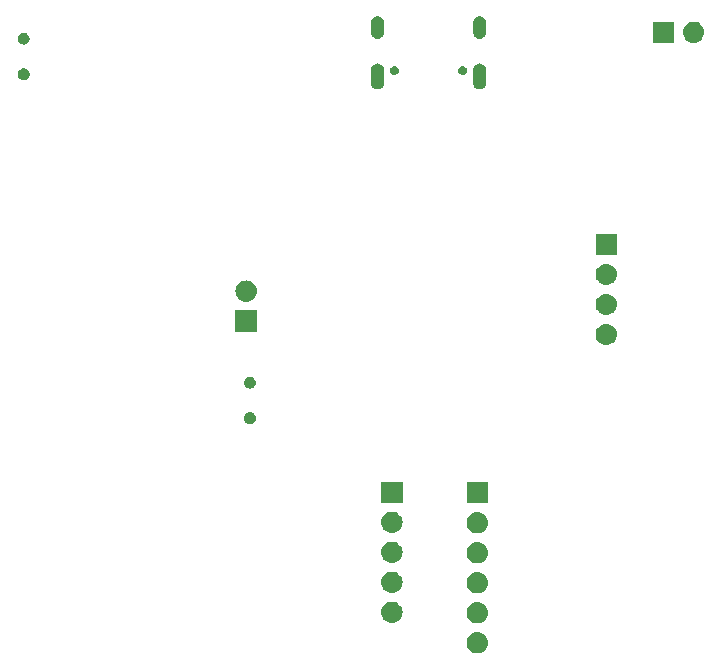
<source format=gbr>
G04 #@! TF.GenerationSoftware,KiCad,Pcbnew,5.1.2*
G04 #@! TF.CreationDate,2019-06-25T21:59:29-05:00*
G04 #@! TF.ProjectId,STM32F030Minimal,53544d33-3246-4303-9330-4d696e696d61,rev?*
G04 #@! TF.SameCoordinates,Original*
G04 #@! TF.FileFunction,Soldermask,Bot*
G04 #@! TF.FilePolarity,Negative*
%FSLAX46Y46*%
G04 Gerber Fmt 4.6, Leading zero omitted, Abs format (unit mm)*
G04 Created by KiCad (PCBNEW 5.1.2) date 2019-06-25 21:59:29*
%MOMM*%
%LPD*%
G04 APERTURE LIST*
%ADD10C,0.100000*%
G04 APERTURE END LIST*
D10*
G36*
X163340442Y-89555518D02*
G01*
X163406627Y-89562037D01*
X163576466Y-89613557D01*
X163732991Y-89697222D01*
X163768729Y-89726552D01*
X163870186Y-89809814D01*
X163953448Y-89911271D01*
X163982778Y-89947009D01*
X164066443Y-90103534D01*
X164117963Y-90273373D01*
X164135359Y-90450000D01*
X164117963Y-90626627D01*
X164066443Y-90796466D01*
X163982778Y-90952991D01*
X163953448Y-90988729D01*
X163870186Y-91090186D01*
X163768729Y-91173448D01*
X163732991Y-91202778D01*
X163576466Y-91286443D01*
X163406627Y-91337963D01*
X163340442Y-91344482D01*
X163274260Y-91351000D01*
X163185740Y-91351000D01*
X163119558Y-91344482D01*
X163053373Y-91337963D01*
X162883534Y-91286443D01*
X162727009Y-91202778D01*
X162691271Y-91173448D01*
X162589814Y-91090186D01*
X162506552Y-90988729D01*
X162477222Y-90952991D01*
X162393557Y-90796466D01*
X162342037Y-90626627D01*
X162324641Y-90450000D01*
X162342037Y-90273373D01*
X162393557Y-90103534D01*
X162477222Y-89947009D01*
X162506552Y-89911271D01*
X162589814Y-89809814D01*
X162691271Y-89726552D01*
X162727009Y-89697222D01*
X162883534Y-89613557D01*
X163053373Y-89562037D01*
X163119558Y-89555518D01*
X163185740Y-89549000D01*
X163274260Y-89549000D01*
X163340442Y-89555518D01*
X163340442Y-89555518D01*
G37*
G36*
X163340443Y-87015519D02*
G01*
X163406627Y-87022037D01*
X163576466Y-87073557D01*
X163732991Y-87157222D01*
X163768729Y-87186552D01*
X163870186Y-87269814D01*
X163949951Y-87367009D01*
X163982778Y-87407009D01*
X164066443Y-87563534D01*
X164117963Y-87733373D01*
X164135359Y-87910000D01*
X164117963Y-88086627D01*
X164066443Y-88256466D01*
X163982778Y-88412991D01*
X163953448Y-88448729D01*
X163870186Y-88550186D01*
X163781731Y-88622778D01*
X163732991Y-88662778D01*
X163576466Y-88746443D01*
X163406627Y-88797963D01*
X163340443Y-88804481D01*
X163274260Y-88811000D01*
X163185740Y-88811000D01*
X163119557Y-88804481D01*
X163053373Y-88797963D01*
X162883534Y-88746443D01*
X162727009Y-88662778D01*
X162678269Y-88622778D01*
X162589814Y-88550186D01*
X162506552Y-88448729D01*
X162477222Y-88412991D01*
X162393557Y-88256466D01*
X162342037Y-88086627D01*
X162324641Y-87910000D01*
X162342037Y-87733373D01*
X162393557Y-87563534D01*
X162477222Y-87407009D01*
X162510049Y-87367009D01*
X162589814Y-87269814D01*
X162691271Y-87186552D01*
X162727009Y-87157222D01*
X162883534Y-87073557D01*
X163053373Y-87022037D01*
X163119557Y-87015519D01*
X163185740Y-87009000D01*
X163274260Y-87009000D01*
X163340443Y-87015519D01*
X163340443Y-87015519D01*
G37*
G36*
X156110443Y-86975519D02*
G01*
X156176627Y-86982037D01*
X156346466Y-87033557D01*
X156502991Y-87117222D01*
X156538729Y-87146552D01*
X156640186Y-87229814D01*
X156723448Y-87331271D01*
X156752778Y-87367009D01*
X156836443Y-87523534D01*
X156887963Y-87693373D01*
X156905359Y-87870000D01*
X156887963Y-88046627D01*
X156836443Y-88216466D01*
X156752778Y-88372991D01*
X156723448Y-88408729D01*
X156640186Y-88510186D01*
X156538729Y-88593448D01*
X156502991Y-88622778D01*
X156346466Y-88706443D01*
X156176627Y-88757963D01*
X156110442Y-88764482D01*
X156044260Y-88771000D01*
X155955740Y-88771000D01*
X155889558Y-88764482D01*
X155823373Y-88757963D01*
X155653534Y-88706443D01*
X155497009Y-88622778D01*
X155461271Y-88593448D01*
X155359814Y-88510186D01*
X155276552Y-88408729D01*
X155247222Y-88372991D01*
X155163557Y-88216466D01*
X155112037Y-88046627D01*
X155094641Y-87870000D01*
X155112037Y-87693373D01*
X155163557Y-87523534D01*
X155247222Y-87367009D01*
X155276552Y-87331271D01*
X155359814Y-87229814D01*
X155461271Y-87146552D01*
X155497009Y-87117222D01*
X155653534Y-87033557D01*
X155823373Y-86982037D01*
X155889557Y-86975519D01*
X155955740Y-86969000D01*
X156044260Y-86969000D01*
X156110443Y-86975519D01*
X156110443Y-86975519D01*
G37*
G36*
X163340443Y-84475519D02*
G01*
X163406627Y-84482037D01*
X163576466Y-84533557D01*
X163732991Y-84617222D01*
X163768729Y-84646552D01*
X163870186Y-84729814D01*
X163949951Y-84827009D01*
X163982778Y-84867009D01*
X164066443Y-85023534D01*
X164117963Y-85193373D01*
X164135359Y-85370000D01*
X164117963Y-85546627D01*
X164066443Y-85716466D01*
X163982778Y-85872991D01*
X163953448Y-85908729D01*
X163870186Y-86010186D01*
X163781731Y-86082778D01*
X163732991Y-86122778D01*
X163576466Y-86206443D01*
X163406627Y-86257963D01*
X163340442Y-86264482D01*
X163274260Y-86271000D01*
X163185740Y-86271000D01*
X163119558Y-86264482D01*
X163053373Y-86257963D01*
X162883534Y-86206443D01*
X162727009Y-86122778D01*
X162678269Y-86082778D01*
X162589814Y-86010186D01*
X162506552Y-85908729D01*
X162477222Y-85872991D01*
X162393557Y-85716466D01*
X162342037Y-85546627D01*
X162324641Y-85370000D01*
X162342037Y-85193373D01*
X162393557Y-85023534D01*
X162477222Y-84867009D01*
X162510049Y-84827009D01*
X162589814Y-84729814D01*
X162691271Y-84646552D01*
X162727009Y-84617222D01*
X162883534Y-84533557D01*
X163053373Y-84482037D01*
X163119557Y-84475519D01*
X163185740Y-84469000D01*
X163274260Y-84469000D01*
X163340443Y-84475519D01*
X163340443Y-84475519D01*
G37*
G36*
X156110442Y-84435518D02*
G01*
X156176627Y-84442037D01*
X156346466Y-84493557D01*
X156502991Y-84577222D01*
X156538729Y-84606552D01*
X156640186Y-84689814D01*
X156723448Y-84791271D01*
X156752778Y-84827009D01*
X156836443Y-84983534D01*
X156887963Y-85153373D01*
X156905359Y-85330000D01*
X156887963Y-85506627D01*
X156836443Y-85676466D01*
X156752778Y-85832991D01*
X156723448Y-85868729D01*
X156640186Y-85970186D01*
X156538729Y-86053448D01*
X156502991Y-86082778D01*
X156346466Y-86166443D01*
X156176627Y-86217963D01*
X156110443Y-86224481D01*
X156044260Y-86231000D01*
X155955740Y-86231000D01*
X155889557Y-86224481D01*
X155823373Y-86217963D01*
X155653534Y-86166443D01*
X155497009Y-86082778D01*
X155461271Y-86053448D01*
X155359814Y-85970186D01*
X155276552Y-85868729D01*
X155247222Y-85832991D01*
X155163557Y-85676466D01*
X155112037Y-85506627D01*
X155094641Y-85330000D01*
X155112037Y-85153373D01*
X155163557Y-84983534D01*
X155247222Y-84827009D01*
X155276552Y-84791271D01*
X155359814Y-84689814D01*
X155461271Y-84606552D01*
X155497009Y-84577222D01*
X155653534Y-84493557D01*
X155823373Y-84442037D01*
X155889558Y-84435518D01*
X155955740Y-84429000D01*
X156044260Y-84429000D01*
X156110442Y-84435518D01*
X156110442Y-84435518D01*
G37*
G36*
X163340442Y-81935518D02*
G01*
X163406627Y-81942037D01*
X163576466Y-81993557D01*
X163732991Y-82077222D01*
X163768729Y-82106552D01*
X163870186Y-82189814D01*
X163949951Y-82287009D01*
X163982778Y-82327009D01*
X164066443Y-82483534D01*
X164117963Y-82653373D01*
X164135359Y-82830000D01*
X164117963Y-83006627D01*
X164066443Y-83176466D01*
X163982778Y-83332991D01*
X163953448Y-83368729D01*
X163870186Y-83470186D01*
X163781731Y-83542778D01*
X163732991Y-83582778D01*
X163576466Y-83666443D01*
X163406627Y-83717963D01*
X163340443Y-83724481D01*
X163274260Y-83731000D01*
X163185740Y-83731000D01*
X163119557Y-83724481D01*
X163053373Y-83717963D01*
X162883534Y-83666443D01*
X162727009Y-83582778D01*
X162678269Y-83542778D01*
X162589814Y-83470186D01*
X162506552Y-83368729D01*
X162477222Y-83332991D01*
X162393557Y-83176466D01*
X162342037Y-83006627D01*
X162324641Y-82830000D01*
X162342037Y-82653373D01*
X162393557Y-82483534D01*
X162477222Y-82327009D01*
X162510049Y-82287009D01*
X162589814Y-82189814D01*
X162691271Y-82106552D01*
X162727009Y-82077222D01*
X162883534Y-81993557D01*
X163053373Y-81942037D01*
X163119558Y-81935518D01*
X163185740Y-81929000D01*
X163274260Y-81929000D01*
X163340442Y-81935518D01*
X163340442Y-81935518D01*
G37*
G36*
X156110443Y-81895519D02*
G01*
X156176627Y-81902037D01*
X156346466Y-81953557D01*
X156502991Y-82037222D01*
X156538729Y-82066552D01*
X156640186Y-82149814D01*
X156723448Y-82251271D01*
X156752778Y-82287009D01*
X156836443Y-82443534D01*
X156887963Y-82613373D01*
X156905359Y-82790000D01*
X156887963Y-82966627D01*
X156836443Y-83136466D01*
X156752778Y-83292991D01*
X156723448Y-83328729D01*
X156640186Y-83430186D01*
X156538729Y-83513448D01*
X156502991Y-83542778D01*
X156346466Y-83626443D01*
X156176627Y-83677963D01*
X156110443Y-83684481D01*
X156044260Y-83691000D01*
X155955740Y-83691000D01*
X155889557Y-83684481D01*
X155823373Y-83677963D01*
X155653534Y-83626443D01*
X155497009Y-83542778D01*
X155461271Y-83513448D01*
X155359814Y-83430186D01*
X155276552Y-83328729D01*
X155247222Y-83292991D01*
X155163557Y-83136466D01*
X155112037Y-82966627D01*
X155094641Y-82790000D01*
X155112037Y-82613373D01*
X155163557Y-82443534D01*
X155247222Y-82287009D01*
X155276552Y-82251271D01*
X155359814Y-82149814D01*
X155461271Y-82066552D01*
X155497009Y-82037222D01*
X155653534Y-81953557D01*
X155823373Y-81902037D01*
X155889557Y-81895519D01*
X155955740Y-81889000D01*
X156044260Y-81889000D01*
X156110443Y-81895519D01*
X156110443Y-81895519D01*
G37*
G36*
X163340442Y-79395518D02*
G01*
X163406627Y-79402037D01*
X163576466Y-79453557D01*
X163732991Y-79537222D01*
X163768729Y-79566552D01*
X163870186Y-79649814D01*
X163949951Y-79747009D01*
X163982778Y-79787009D01*
X164066443Y-79943534D01*
X164117963Y-80113373D01*
X164135359Y-80290000D01*
X164117963Y-80466627D01*
X164066443Y-80636466D01*
X163982778Y-80792991D01*
X163953448Y-80828729D01*
X163870186Y-80930186D01*
X163781731Y-81002778D01*
X163732991Y-81042778D01*
X163576466Y-81126443D01*
X163406627Y-81177963D01*
X163340442Y-81184482D01*
X163274260Y-81191000D01*
X163185740Y-81191000D01*
X163119558Y-81184482D01*
X163053373Y-81177963D01*
X162883534Y-81126443D01*
X162727009Y-81042778D01*
X162678269Y-81002778D01*
X162589814Y-80930186D01*
X162506552Y-80828729D01*
X162477222Y-80792991D01*
X162393557Y-80636466D01*
X162342037Y-80466627D01*
X162324641Y-80290000D01*
X162342037Y-80113373D01*
X162393557Y-79943534D01*
X162477222Y-79787009D01*
X162510049Y-79747009D01*
X162589814Y-79649814D01*
X162691271Y-79566552D01*
X162727009Y-79537222D01*
X162883534Y-79453557D01*
X163053373Y-79402037D01*
X163119558Y-79395518D01*
X163185740Y-79389000D01*
X163274260Y-79389000D01*
X163340442Y-79395518D01*
X163340442Y-79395518D01*
G37*
G36*
X156110443Y-79355519D02*
G01*
X156176627Y-79362037D01*
X156346466Y-79413557D01*
X156502991Y-79497222D01*
X156538729Y-79526552D01*
X156640186Y-79609814D01*
X156723448Y-79711271D01*
X156752778Y-79747009D01*
X156836443Y-79903534D01*
X156887963Y-80073373D01*
X156905359Y-80250000D01*
X156887963Y-80426627D01*
X156836443Y-80596466D01*
X156752778Y-80752991D01*
X156723448Y-80788729D01*
X156640186Y-80890186D01*
X156538729Y-80973448D01*
X156502991Y-81002778D01*
X156346466Y-81086443D01*
X156176627Y-81137963D01*
X156110442Y-81144482D01*
X156044260Y-81151000D01*
X155955740Y-81151000D01*
X155889558Y-81144482D01*
X155823373Y-81137963D01*
X155653534Y-81086443D01*
X155497009Y-81002778D01*
X155461271Y-80973448D01*
X155359814Y-80890186D01*
X155276552Y-80788729D01*
X155247222Y-80752991D01*
X155163557Y-80596466D01*
X155112037Y-80426627D01*
X155094641Y-80250000D01*
X155112037Y-80073373D01*
X155163557Y-79903534D01*
X155247222Y-79747009D01*
X155276552Y-79711271D01*
X155359814Y-79609814D01*
X155461271Y-79526552D01*
X155497009Y-79497222D01*
X155653534Y-79413557D01*
X155823373Y-79362037D01*
X155889557Y-79355519D01*
X155955740Y-79349000D01*
X156044260Y-79349000D01*
X156110443Y-79355519D01*
X156110443Y-79355519D01*
G37*
G36*
X164131000Y-78651000D02*
G01*
X162329000Y-78651000D01*
X162329000Y-76849000D01*
X164131000Y-76849000D01*
X164131000Y-78651000D01*
X164131000Y-78651000D01*
G37*
G36*
X156901000Y-78611000D02*
G01*
X155099000Y-78611000D01*
X155099000Y-76809000D01*
X156901000Y-76809000D01*
X156901000Y-78611000D01*
X156901000Y-78611000D01*
G37*
G36*
X144072740Y-70933626D02*
G01*
X144121136Y-70943253D01*
X144158902Y-70958896D01*
X144212311Y-70981019D01*
X144212312Y-70981020D01*
X144294369Y-71035848D01*
X144364152Y-71105631D01*
X144364153Y-71105633D01*
X144418981Y-71187689D01*
X144456747Y-71278865D01*
X144476000Y-71375655D01*
X144476000Y-71474345D01*
X144456747Y-71571135D01*
X144418981Y-71662311D01*
X144418980Y-71662312D01*
X144364152Y-71744369D01*
X144294369Y-71814152D01*
X144253062Y-71841752D01*
X144212311Y-71868981D01*
X144158902Y-71891104D01*
X144121136Y-71906747D01*
X144072740Y-71916373D01*
X144024345Y-71926000D01*
X143925655Y-71926000D01*
X143877260Y-71916373D01*
X143828864Y-71906747D01*
X143791098Y-71891104D01*
X143737689Y-71868981D01*
X143696938Y-71841752D01*
X143655631Y-71814152D01*
X143585848Y-71744369D01*
X143531020Y-71662312D01*
X143531019Y-71662311D01*
X143493253Y-71571135D01*
X143474000Y-71474345D01*
X143474000Y-71375655D01*
X143493253Y-71278865D01*
X143531019Y-71187689D01*
X143585847Y-71105633D01*
X143585848Y-71105631D01*
X143655631Y-71035848D01*
X143737688Y-70981020D01*
X143737689Y-70981019D01*
X143791098Y-70958896D01*
X143828864Y-70943253D01*
X143877260Y-70933626D01*
X143925655Y-70924000D01*
X144024345Y-70924000D01*
X144072740Y-70933626D01*
X144072740Y-70933626D01*
G37*
G36*
X144072740Y-67933627D02*
G01*
X144121136Y-67943253D01*
X144158902Y-67958896D01*
X144212311Y-67981019D01*
X144212312Y-67981020D01*
X144294369Y-68035848D01*
X144364152Y-68105631D01*
X144364153Y-68105633D01*
X144418981Y-68187689D01*
X144456747Y-68278865D01*
X144476000Y-68375655D01*
X144476000Y-68474345D01*
X144456747Y-68571135D01*
X144418981Y-68662311D01*
X144418980Y-68662312D01*
X144364152Y-68744369D01*
X144294369Y-68814152D01*
X144253062Y-68841752D01*
X144212311Y-68868981D01*
X144158902Y-68891104D01*
X144121136Y-68906747D01*
X144072740Y-68916373D01*
X144024345Y-68926000D01*
X143925655Y-68926000D01*
X143877260Y-68916373D01*
X143828864Y-68906747D01*
X143791098Y-68891104D01*
X143737689Y-68868981D01*
X143696938Y-68841752D01*
X143655631Y-68814152D01*
X143585848Y-68744369D01*
X143531020Y-68662312D01*
X143531019Y-68662311D01*
X143493253Y-68571135D01*
X143474000Y-68474345D01*
X143474000Y-68375655D01*
X143493253Y-68278865D01*
X143531019Y-68187689D01*
X143585847Y-68105633D01*
X143585848Y-68105631D01*
X143655631Y-68035848D01*
X143737688Y-67981020D01*
X143737689Y-67981019D01*
X143791098Y-67958896D01*
X143828864Y-67943253D01*
X143877260Y-67933627D01*
X143925655Y-67924000D01*
X144024345Y-67924000D01*
X144072740Y-67933627D01*
X144072740Y-67933627D01*
G37*
G36*
X174260443Y-63445519D02*
G01*
X174326627Y-63452037D01*
X174496466Y-63503557D01*
X174652991Y-63587222D01*
X174688729Y-63616552D01*
X174790186Y-63699814D01*
X174873448Y-63801271D01*
X174902778Y-63837009D01*
X174986443Y-63993534D01*
X175037963Y-64163373D01*
X175055359Y-64340000D01*
X175037963Y-64516627D01*
X174986443Y-64686466D01*
X174902778Y-64842991D01*
X174873448Y-64878729D01*
X174790186Y-64980186D01*
X174688729Y-65063448D01*
X174652991Y-65092778D01*
X174496466Y-65176443D01*
X174326627Y-65227963D01*
X174260443Y-65234481D01*
X174194260Y-65241000D01*
X174105740Y-65241000D01*
X174039557Y-65234481D01*
X173973373Y-65227963D01*
X173803534Y-65176443D01*
X173647009Y-65092778D01*
X173611271Y-65063448D01*
X173509814Y-64980186D01*
X173426552Y-64878729D01*
X173397222Y-64842991D01*
X173313557Y-64686466D01*
X173262037Y-64516627D01*
X173244641Y-64340000D01*
X173262037Y-64163373D01*
X173313557Y-63993534D01*
X173397222Y-63837009D01*
X173426552Y-63801271D01*
X173509814Y-63699814D01*
X173611271Y-63616552D01*
X173647009Y-63587222D01*
X173803534Y-63503557D01*
X173973373Y-63452037D01*
X174039557Y-63445519D01*
X174105740Y-63439000D01*
X174194260Y-63439000D01*
X174260443Y-63445519D01*
X174260443Y-63445519D01*
G37*
G36*
X144551000Y-64116000D02*
G01*
X142749000Y-64116000D01*
X142749000Y-62314000D01*
X144551000Y-62314000D01*
X144551000Y-64116000D01*
X144551000Y-64116000D01*
G37*
G36*
X174260442Y-60905518D02*
G01*
X174326627Y-60912037D01*
X174496466Y-60963557D01*
X174652991Y-61047222D01*
X174688729Y-61076552D01*
X174790186Y-61159814D01*
X174873448Y-61261271D01*
X174902778Y-61297009D01*
X174986443Y-61453534D01*
X175037963Y-61623373D01*
X175055359Y-61800000D01*
X175037963Y-61976627D01*
X174986443Y-62146466D01*
X174902778Y-62302991D01*
X174893743Y-62314000D01*
X174790186Y-62440186D01*
X174688729Y-62523448D01*
X174652991Y-62552778D01*
X174496466Y-62636443D01*
X174326627Y-62687963D01*
X174260442Y-62694482D01*
X174194260Y-62701000D01*
X174105740Y-62701000D01*
X174039558Y-62694482D01*
X173973373Y-62687963D01*
X173803534Y-62636443D01*
X173647009Y-62552778D01*
X173611271Y-62523448D01*
X173509814Y-62440186D01*
X173406257Y-62314000D01*
X173397222Y-62302991D01*
X173313557Y-62146466D01*
X173262037Y-61976627D01*
X173244641Y-61800000D01*
X173262037Y-61623373D01*
X173313557Y-61453534D01*
X173397222Y-61297009D01*
X173426552Y-61261271D01*
X173509814Y-61159814D01*
X173611271Y-61076552D01*
X173647009Y-61047222D01*
X173803534Y-60963557D01*
X173973373Y-60912037D01*
X174039558Y-60905518D01*
X174105740Y-60899000D01*
X174194260Y-60899000D01*
X174260442Y-60905518D01*
X174260442Y-60905518D01*
G37*
G36*
X143760442Y-59780518D02*
G01*
X143826627Y-59787037D01*
X143996466Y-59838557D01*
X144152991Y-59922222D01*
X144188729Y-59951552D01*
X144290186Y-60034814D01*
X144373448Y-60136271D01*
X144402778Y-60172009D01*
X144486443Y-60328534D01*
X144537963Y-60498373D01*
X144555359Y-60675000D01*
X144537963Y-60851627D01*
X144486443Y-61021466D01*
X144402778Y-61177991D01*
X144373448Y-61213729D01*
X144290186Y-61315186D01*
X144188729Y-61398448D01*
X144152991Y-61427778D01*
X143996466Y-61511443D01*
X143826627Y-61562963D01*
X143760443Y-61569481D01*
X143694260Y-61576000D01*
X143605740Y-61576000D01*
X143539557Y-61569481D01*
X143473373Y-61562963D01*
X143303534Y-61511443D01*
X143147009Y-61427778D01*
X143111271Y-61398448D01*
X143009814Y-61315186D01*
X142926552Y-61213729D01*
X142897222Y-61177991D01*
X142813557Y-61021466D01*
X142762037Y-60851627D01*
X142744641Y-60675000D01*
X142762037Y-60498373D01*
X142813557Y-60328534D01*
X142897222Y-60172009D01*
X142926552Y-60136271D01*
X143009814Y-60034814D01*
X143111271Y-59951552D01*
X143147009Y-59922222D01*
X143303534Y-59838557D01*
X143473373Y-59787037D01*
X143539558Y-59780518D01*
X143605740Y-59774000D01*
X143694260Y-59774000D01*
X143760442Y-59780518D01*
X143760442Y-59780518D01*
G37*
G36*
X174260442Y-58365518D02*
G01*
X174326627Y-58372037D01*
X174496466Y-58423557D01*
X174652991Y-58507222D01*
X174688729Y-58536552D01*
X174790186Y-58619814D01*
X174873448Y-58721271D01*
X174902778Y-58757009D01*
X174986443Y-58913534D01*
X175037963Y-59083373D01*
X175055359Y-59260000D01*
X175037963Y-59436627D01*
X174986443Y-59606466D01*
X174902778Y-59762991D01*
X174893743Y-59774000D01*
X174790186Y-59900186D01*
X174688729Y-59983448D01*
X174652991Y-60012778D01*
X174496466Y-60096443D01*
X174326627Y-60147963D01*
X174260442Y-60154482D01*
X174194260Y-60161000D01*
X174105740Y-60161000D01*
X174039558Y-60154482D01*
X173973373Y-60147963D01*
X173803534Y-60096443D01*
X173647009Y-60012778D01*
X173611271Y-59983448D01*
X173509814Y-59900186D01*
X173406257Y-59774000D01*
X173397222Y-59762991D01*
X173313557Y-59606466D01*
X173262037Y-59436627D01*
X173244641Y-59260000D01*
X173262037Y-59083373D01*
X173313557Y-58913534D01*
X173397222Y-58757009D01*
X173426552Y-58721271D01*
X173509814Y-58619814D01*
X173611271Y-58536552D01*
X173647009Y-58507222D01*
X173803534Y-58423557D01*
X173973373Y-58372037D01*
X174039558Y-58365518D01*
X174105740Y-58359000D01*
X174194260Y-58359000D01*
X174260442Y-58365518D01*
X174260442Y-58365518D01*
G37*
G36*
X175051000Y-57621000D02*
G01*
X173249000Y-57621000D01*
X173249000Y-55819000D01*
X175051000Y-55819000D01*
X175051000Y-57621000D01*
X175051000Y-57621000D01*
G37*
G36*
X163528015Y-41406973D02*
G01*
X163631879Y-41438479D01*
X163659055Y-41453005D01*
X163727600Y-41489643D01*
X163811501Y-41558499D01*
X163880357Y-41642400D01*
X163915390Y-41707942D01*
X163931521Y-41738121D01*
X163963027Y-41841985D01*
X163971000Y-41922933D01*
X163971000Y-43077067D01*
X163963027Y-43158015D01*
X163931521Y-43261879D01*
X163880356Y-43357600D01*
X163811501Y-43441501D01*
X163742645Y-43498009D01*
X163727599Y-43510357D01*
X163675907Y-43537987D01*
X163631878Y-43561521D01*
X163528014Y-43593027D01*
X163420000Y-43603666D01*
X163311985Y-43593027D01*
X163208121Y-43561521D01*
X163164093Y-43537987D01*
X163112401Y-43510357D01*
X163099643Y-43499887D01*
X163028499Y-43441501D01*
X162959644Y-43357600D01*
X162908479Y-43261878D01*
X162876973Y-43158014D01*
X162869000Y-43077066D01*
X162869001Y-41922933D01*
X162876974Y-41841985D01*
X162908480Y-41738121D01*
X162924611Y-41707942D01*
X162959644Y-41642400D01*
X163028500Y-41558499D01*
X163112401Y-41489643D01*
X163180946Y-41453005D01*
X163208122Y-41438479D01*
X163311986Y-41406973D01*
X163420000Y-41396334D01*
X163528015Y-41406973D01*
X163528015Y-41406973D01*
G37*
G36*
X154888015Y-41406973D02*
G01*
X154991879Y-41438479D01*
X155019055Y-41453005D01*
X155087600Y-41489643D01*
X155171501Y-41558499D01*
X155240357Y-41642400D01*
X155275390Y-41707942D01*
X155291521Y-41738121D01*
X155323027Y-41841985D01*
X155331000Y-41922933D01*
X155331000Y-43077067D01*
X155323027Y-43158015D01*
X155291521Y-43261879D01*
X155240356Y-43357600D01*
X155171501Y-43441501D01*
X155102645Y-43498009D01*
X155087599Y-43510357D01*
X155035907Y-43537987D01*
X154991878Y-43561521D01*
X154888014Y-43593027D01*
X154780000Y-43603666D01*
X154671985Y-43593027D01*
X154568121Y-43561521D01*
X154524093Y-43537987D01*
X154472401Y-43510357D01*
X154459643Y-43499887D01*
X154388499Y-43441501D01*
X154319644Y-43357600D01*
X154268479Y-43261878D01*
X154236973Y-43158014D01*
X154229000Y-43077066D01*
X154229001Y-41922933D01*
X154236974Y-41841985D01*
X154268480Y-41738121D01*
X154284611Y-41707942D01*
X154319644Y-41642400D01*
X154388500Y-41558499D01*
X154472401Y-41489643D01*
X154540946Y-41453005D01*
X154568122Y-41438479D01*
X154671986Y-41406973D01*
X154780000Y-41396334D01*
X154888015Y-41406973D01*
X154888015Y-41406973D01*
G37*
G36*
X124922740Y-41808626D02*
G01*
X124971136Y-41818253D01*
X125008902Y-41833896D01*
X125062311Y-41856019D01*
X125062312Y-41856020D01*
X125144369Y-41910848D01*
X125214152Y-41980631D01*
X125214153Y-41980633D01*
X125268981Y-42062689D01*
X125306747Y-42153865D01*
X125326000Y-42250655D01*
X125326000Y-42349345D01*
X125306747Y-42446135D01*
X125268981Y-42537311D01*
X125268980Y-42537312D01*
X125214152Y-42619369D01*
X125144369Y-42689152D01*
X125103062Y-42716752D01*
X125062311Y-42743981D01*
X125008902Y-42766104D01*
X124971136Y-42781747D01*
X124922740Y-42791374D01*
X124874345Y-42801000D01*
X124775655Y-42801000D01*
X124727260Y-42791374D01*
X124678864Y-42781747D01*
X124641098Y-42766104D01*
X124587689Y-42743981D01*
X124546938Y-42716752D01*
X124505631Y-42689152D01*
X124435848Y-42619369D01*
X124381020Y-42537312D01*
X124381019Y-42537311D01*
X124343253Y-42446135D01*
X124324000Y-42349345D01*
X124324000Y-42250655D01*
X124343253Y-42153865D01*
X124381019Y-42062689D01*
X124435847Y-41980633D01*
X124435848Y-41980631D01*
X124505631Y-41910848D01*
X124587688Y-41856020D01*
X124587689Y-41856019D01*
X124641098Y-41833896D01*
X124678864Y-41818253D01*
X124727260Y-41808626D01*
X124775655Y-41799000D01*
X124874345Y-41799000D01*
X124922740Y-41808626D01*
X124922740Y-41808626D01*
G37*
G36*
X156319672Y-41638449D02*
G01*
X156319674Y-41638450D01*
X156319675Y-41638450D01*
X156388103Y-41666793D01*
X156449686Y-41707942D01*
X156502058Y-41760314D01*
X156543207Y-41821897D01*
X156571550Y-41890325D01*
X156571551Y-41890328D01*
X156586000Y-41962966D01*
X156586000Y-42037034D01*
X156580897Y-42062689D01*
X156571550Y-42109675D01*
X156543207Y-42178103D01*
X156502058Y-42239686D01*
X156449686Y-42292058D01*
X156388103Y-42333207D01*
X156319675Y-42361550D01*
X156319674Y-42361550D01*
X156319672Y-42361551D01*
X156247034Y-42376000D01*
X156172966Y-42376000D01*
X156100328Y-42361551D01*
X156100326Y-42361550D01*
X156100325Y-42361550D01*
X156031897Y-42333207D01*
X155970314Y-42292058D01*
X155917942Y-42239686D01*
X155876793Y-42178103D01*
X155848450Y-42109675D01*
X155839104Y-42062689D01*
X155834000Y-42037034D01*
X155834000Y-41962966D01*
X155848449Y-41890328D01*
X155848450Y-41890325D01*
X155876793Y-41821897D01*
X155917942Y-41760314D01*
X155970314Y-41707942D01*
X156031897Y-41666793D01*
X156100325Y-41638450D01*
X156100326Y-41638450D01*
X156100328Y-41638449D01*
X156172966Y-41624000D01*
X156247034Y-41624000D01*
X156319672Y-41638449D01*
X156319672Y-41638449D01*
G37*
G36*
X162099672Y-41638449D02*
G01*
X162099674Y-41638450D01*
X162099675Y-41638450D01*
X162168103Y-41666793D01*
X162229686Y-41707942D01*
X162282058Y-41760314D01*
X162323207Y-41821897D01*
X162351550Y-41890325D01*
X162351551Y-41890328D01*
X162366000Y-41962966D01*
X162366000Y-42037034D01*
X162360897Y-42062689D01*
X162351550Y-42109675D01*
X162323207Y-42178103D01*
X162282058Y-42239686D01*
X162229686Y-42292058D01*
X162168103Y-42333207D01*
X162099675Y-42361550D01*
X162099674Y-42361550D01*
X162099672Y-42361551D01*
X162027034Y-42376000D01*
X161952966Y-42376000D01*
X161880328Y-42361551D01*
X161880326Y-42361550D01*
X161880325Y-42361550D01*
X161811897Y-42333207D01*
X161750314Y-42292058D01*
X161697942Y-42239686D01*
X161656793Y-42178103D01*
X161628450Y-42109675D01*
X161619104Y-42062689D01*
X161614000Y-42037034D01*
X161614000Y-41962966D01*
X161628449Y-41890328D01*
X161628450Y-41890325D01*
X161656793Y-41821897D01*
X161697942Y-41760314D01*
X161750314Y-41707942D01*
X161811897Y-41666793D01*
X161880325Y-41638450D01*
X161880326Y-41638450D01*
X161880328Y-41638449D01*
X161952966Y-41624000D01*
X162027034Y-41624000D01*
X162099672Y-41638449D01*
X162099672Y-41638449D01*
G37*
G36*
X124922740Y-38808627D02*
G01*
X124971136Y-38818253D01*
X125008902Y-38833896D01*
X125062311Y-38856019D01*
X125065298Y-38858015D01*
X125144369Y-38910848D01*
X125214152Y-38980631D01*
X125214153Y-38980633D01*
X125268981Y-39062689D01*
X125291104Y-39116098D01*
X125301626Y-39141500D01*
X125306747Y-39153865D01*
X125326000Y-39250655D01*
X125326000Y-39349345D01*
X125306747Y-39446135D01*
X125268981Y-39537311D01*
X125268980Y-39537312D01*
X125214152Y-39619369D01*
X125144369Y-39689152D01*
X125103062Y-39716752D01*
X125062311Y-39743981D01*
X125008902Y-39766104D01*
X124971136Y-39781747D01*
X124922740Y-39791374D01*
X124874345Y-39801000D01*
X124775655Y-39801000D01*
X124727260Y-39791373D01*
X124678864Y-39781747D01*
X124641098Y-39766104D01*
X124587689Y-39743981D01*
X124546938Y-39716752D01*
X124505631Y-39689152D01*
X124435848Y-39619369D01*
X124381020Y-39537312D01*
X124381019Y-39537311D01*
X124343253Y-39446135D01*
X124324000Y-39349345D01*
X124324000Y-39250655D01*
X124343253Y-39153865D01*
X124348375Y-39141500D01*
X124358896Y-39116098D01*
X124381019Y-39062689D01*
X124435847Y-38980633D01*
X124435848Y-38980631D01*
X124505631Y-38910848D01*
X124584702Y-38858015D01*
X124587689Y-38856019D01*
X124641098Y-38833896D01*
X124678864Y-38818253D01*
X124727260Y-38808627D01*
X124775655Y-38799000D01*
X124874345Y-38799000D01*
X124922740Y-38808627D01*
X124922740Y-38808627D01*
G37*
G36*
X181650442Y-37855518D02*
G01*
X181716627Y-37862037D01*
X181886466Y-37913557D01*
X182042991Y-37997222D01*
X182078729Y-38026552D01*
X182180186Y-38109814D01*
X182263448Y-38211271D01*
X182292778Y-38247009D01*
X182376443Y-38403534D01*
X182427963Y-38573373D01*
X182445359Y-38750000D01*
X182427963Y-38926627D01*
X182376443Y-39096466D01*
X182292778Y-39252991D01*
X182263448Y-39288729D01*
X182180186Y-39390186D01*
X182078729Y-39473448D01*
X182042991Y-39502778D01*
X181886466Y-39586443D01*
X181716627Y-39637963D01*
X181650442Y-39644482D01*
X181584260Y-39651000D01*
X181495740Y-39651000D01*
X181429558Y-39644482D01*
X181363373Y-39637963D01*
X181193534Y-39586443D01*
X181037009Y-39502778D01*
X181001271Y-39473448D01*
X180899814Y-39390186D01*
X180816552Y-39288729D01*
X180787222Y-39252991D01*
X180703557Y-39096466D01*
X180652037Y-38926627D01*
X180634641Y-38750000D01*
X180652037Y-38573373D01*
X180703557Y-38403534D01*
X180787222Y-38247009D01*
X180816552Y-38211271D01*
X180899814Y-38109814D01*
X181001271Y-38026552D01*
X181037009Y-37997222D01*
X181193534Y-37913557D01*
X181363373Y-37862037D01*
X181429558Y-37855518D01*
X181495740Y-37849000D01*
X181584260Y-37849000D01*
X181650442Y-37855518D01*
X181650442Y-37855518D01*
G37*
G36*
X179901000Y-39651000D02*
G01*
X178099000Y-39651000D01*
X178099000Y-37849000D01*
X179901000Y-37849000D01*
X179901000Y-39651000D01*
X179901000Y-39651000D01*
G37*
G36*
X163528015Y-37406973D02*
G01*
X163631879Y-37438479D01*
X163659055Y-37453005D01*
X163727600Y-37489643D01*
X163811501Y-37558499D01*
X163880357Y-37642400D01*
X163916995Y-37710945D01*
X163931521Y-37738121D01*
X163963027Y-37841985D01*
X163971000Y-37922933D01*
X163971000Y-38777067D01*
X163963027Y-38858015D01*
X163931521Y-38961879D01*
X163907987Y-39005907D01*
X163880357Y-39057599D01*
X163876180Y-39062689D01*
X163811501Y-39141501D01*
X163742645Y-39198009D01*
X163727599Y-39210357D01*
X163675907Y-39237987D01*
X163631878Y-39261521D01*
X163528014Y-39293027D01*
X163420000Y-39303666D01*
X163311985Y-39293027D01*
X163208121Y-39261521D01*
X163164093Y-39237987D01*
X163112401Y-39210357D01*
X163099643Y-39199887D01*
X163028499Y-39141501D01*
X162963820Y-39062689D01*
X162959643Y-39057599D01*
X162918503Y-38980631D01*
X162908479Y-38961878D01*
X162876973Y-38858014D01*
X162869000Y-38777066D01*
X162869000Y-37922933D01*
X162876973Y-37841985D01*
X162908480Y-37738121D01*
X162926302Y-37704779D01*
X162959644Y-37642400D01*
X163028500Y-37558499D01*
X163112401Y-37489643D01*
X163180946Y-37453005D01*
X163208122Y-37438479D01*
X163311986Y-37406973D01*
X163420000Y-37396334D01*
X163528015Y-37406973D01*
X163528015Y-37406973D01*
G37*
G36*
X154888015Y-37406973D02*
G01*
X154991879Y-37438479D01*
X155019055Y-37453005D01*
X155087600Y-37489643D01*
X155171501Y-37558499D01*
X155240357Y-37642400D01*
X155276995Y-37710945D01*
X155291521Y-37738121D01*
X155323027Y-37841985D01*
X155331000Y-37922933D01*
X155331000Y-38777067D01*
X155323027Y-38858015D01*
X155291521Y-38961879D01*
X155267987Y-39005907D01*
X155240357Y-39057599D01*
X155236180Y-39062689D01*
X155171501Y-39141501D01*
X155102645Y-39198009D01*
X155087599Y-39210357D01*
X155035907Y-39237987D01*
X154991878Y-39261521D01*
X154888014Y-39293027D01*
X154780000Y-39303666D01*
X154671985Y-39293027D01*
X154568121Y-39261521D01*
X154524093Y-39237987D01*
X154472401Y-39210357D01*
X154459643Y-39199887D01*
X154388499Y-39141501D01*
X154323820Y-39062689D01*
X154319643Y-39057599D01*
X154278503Y-38980631D01*
X154268479Y-38961878D01*
X154236973Y-38858014D01*
X154229000Y-38777066D01*
X154229000Y-37922933D01*
X154236973Y-37841985D01*
X154268480Y-37738121D01*
X154286302Y-37704779D01*
X154319644Y-37642400D01*
X154388500Y-37558499D01*
X154472401Y-37489643D01*
X154540946Y-37453005D01*
X154568122Y-37438479D01*
X154671986Y-37406973D01*
X154780000Y-37396334D01*
X154888015Y-37406973D01*
X154888015Y-37406973D01*
G37*
M02*

</source>
